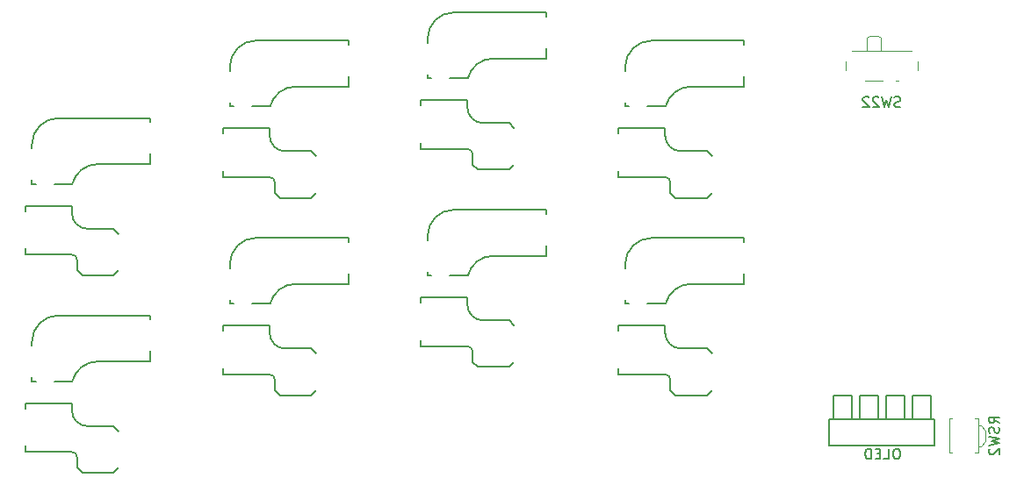
<source format=gbo>
G04 #@! TF.GenerationSoftware,KiCad,Pcbnew,5.1.9*
G04 #@! TF.CreationDate,2021-04-21T20:38:48-05:00*
G04 #@! TF.ProjectId,artboard,61727462-6f61-4726-942e-6b696361645f,0.1*
G04 #@! TF.SameCoordinates,Original*
G04 #@! TF.FileFunction,Legend,Bot*
G04 #@! TF.FilePolarity,Positive*
%FSLAX46Y46*%
G04 Gerber Fmt 4.6, Leading zero omitted, Abs format (unit mm)*
G04 Created by KiCad (PCBNEW 5.1.9) date 2021-04-21 20:38:48*
%MOMM*%
%LPD*%
G01*
G04 APERTURE LIST*
%ADD10C,0.150000*%
%ADD11C,0.120000*%
G04 APERTURE END LIST*
D10*
X72987500Y-56792000D02*
X72987500Y-57173000D01*
X75527500Y-50823000D02*
X84417500Y-50823000D01*
X73368500Y-57173000D02*
X72987500Y-57173000D01*
X84417500Y-50823000D02*
X84417500Y-51204000D01*
X72987500Y-53363000D02*
X72987500Y-53744000D01*
X84417500Y-54252000D02*
X84417500Y-55268000D01*
X76873338Y-57173000D02*
X75146500Y-57173000D01*
X84417500Y-55268000D02*
X79337500Y-55268000D01*
X72337500Y-59308000D02*
X72337500Y-59808000D01*
X81337500Y-62008000D02*
X80837500Y-61508000D01*
X72337500Y-64008000D02*
X76837500Y-64008000D01*
X80837500Y-66008000D02*
X77837500Y-66008000D01*
X77337500Y-64508000D02*
X77337500Y-65508000D01*
X80837500Y-61508000D02*
X78337500Y-61508000D01*
X81337500Y-65508000D02*
X80837500Y-66008000D01*
X77837500Y-66008000D02*
X77337500Y-65508000D01*
X76837500Y-59308000D02*
X72337500Y-59308000D01*
X72337500Y-63408000D02*
X72337500Y-64008000D01*
X76837500Y-60008000D02*
X76837500Y-59308000D01*
X78337500Y-61508000D02*
G75*
G02*
X76837500Y-60008000I0J1500000D01*
G01*
X76837500Y-64008000D02*
G75*
G02*
X77337500Y-64508000I0J-500000D01*
G01*
X72987500Y-53363000D02*
G75*
G02*
X75527500Y-50823000I2540000J0D01*
G01*
X76873338Y-57191960D02*
G75*
G02*
X79337500Y-55268000I2464162J-616040D01*
G01*
X34849400Y-47942900D02*
X34849400Y-48323900D01*
X37389400Y-41973900D02*
X46279400Y-41973900D01*
X35230400Y-48323900D02*
X34849400Y-48323900D01*
X46279400Y-41973900D02*
X46279400Y-42354900D01*
X34849400Y-44513900D02*
X34849400Y-44894900D01*
X46279400Y-45402900D02*
X46279400Y-46418900D01*
X38735238Y-48323900D02*
X37008400Y-48323900D01*
X46279400Y-46418900D02*
X41199400Y-46418900D01*
X34199400Y-50458900D02*
X34199400Y-50958900D01*
X43199400Y-53158900D02*
X42699400Y-52658900D01*
X34199400Y-55158900D02*
X38699400Y-55158900D01*
X42699400Y-57158900D02*
X39699400Y-57158900D01*
X39199400Y-55658900D02*
X39199400Y-56658900D01*
X42699400Y-52658900D02*
X40199400Y-52658900D01*
X43199400Y-56658900D02*
X42699400Y-57158900D01*
X39699400Y-57158900D02*
X39199400Y-56658900D01*
X38699400Y-50458900D02*
X34199400Y-50458900D01*
X34199400Y-54558900D02*
X34199400Y-55158900D01*
X38699400Y-51158900D02*
X38699400Y-50458900D01*
X40199400Y-52658900D02*
G75*
G02*
X38699400Y-51158900I0J1500000D01*
G01*
X38699400Y-55158900D02*
G75*
G02*
X39199400Y-55658900I0J-500000D01*
G01*
X34849400Y-44513900D02*
G75*
G02*
X37389400Y-41973900I2540000J0D01*
G01*
X38735238Y-48342860D02*
G75*
G02*
X41199400Y-46418900I2464162J-616040D01*
G01*
X53924800Y-40459800D02*
X53924800Y-40840800D01*
X56464800Y-34490800D02*
X65354800Y-34490800D01*
X54305800Y-40840800D02*
X53924800Y-40840800D01*
X65354800Y-34490800D02*
X65354800Y-34871800D01*
X53924800Y-37030800D02*
X53924800Y-37411800D01*
X65354800Y-37919800D02*
X65354800Y-38935800D01*
X57810638Y-40840800D02*
X56083800Y-40840800D01*
X65354800Y-38935800D02*
X60274800Y-38935800D01*
X53274800Y-42975800D02*
X53274800Y-43475800D01*
X62274800Y-45675800D02*
X61774800Y-45175800D01*
X53274800Y-47675800D02*
X57774800Y-47675800D01*
X61774800Y-49675800D02*
X58774800Y-49675800D01*
X58274800Y-48175800D02*
X58274800Y-49175800D01*
X61774800Y-45175800D02*
X59274800Y-45175800D01*
X62274800Y-49175800D02*
X61774800Y-49675800D01*
X58774800Y-49675800D02*
X58274800Y-49175800D01*
X57774800Y-42975800D02*
X53274800Y-42975800D01*
X53274800Y-47075800D02*
X53274800Y-47675800D01*
X57774800Y-43675800D02*
X57774800Y-42975800D01*
X59274800Y-45175800D02*
G75*
G02*
X57774800Y-43675800I0J1500000D01*
G01*
X57774800Y-47675800D02*
G75*
G02*
X58274800Y-48175800I0J-500000D01*
G01*
X53924800Y-37030800D02*
G75*
G02*
X56464800Y-34490800I2540000J0D01*
G01*
X57810638Y-40859760D02*
G75*
G02*
X60274800Y-38935800I2464162J-616040D01*
G01*
X72987500Y-37742000D02*
X72987500Y-38123000D01*
X75527500Y-31773000D02*
X84417500Y-31773000D01*
X73368500Y-38123000D02*
X72987500Y-38123000D01*
X84417500Y-31773000D02*
X84417500Y-32154000D01*
X72987500Y-34313000D02*
X72987500Y-34694000D01*
X84417500Y-35202000D02*
X84417500Y-36218000D01*
X76873338Y-38123000D02*
X75146500Y-38123000D01*
X84417500Y-36218000D02*
X79337500Y-36218000D01*
X72337500Y-40258000D02*
X72337500Y-40758000D01*
X81337500Y-42958000D02*
X80837500Y-42458000D01*
X72337500Y-44958000D02*
X76837500Y-44958000D01*
X80837500Y-46958000D02*
X77837500Y-46958000D01*
X77337500Y-45458000D02*
X77337500Y-46458000D01*
X80837500Y-42458000D02*
X78337500Y-42458000D01*
X81337500Y-46458000D02*
X80837500Y-46958000D01*
X77837500Y-46958000D02*
X77337500Y-46458000D01*
X76837500Y-40258000D02*
X72337500Y-40258000D01*
X72337500Y-44358000D02*
X72337500Y-44958000D01*
X76837500Y-40958000D02*
X76837500Y-40258000D01*
X78337500Y-42458000D02*
G75*
G02*
X76837500Y-40958000I0J1500000D01*
G01*
X76837500Y-44958000D02*
G75*
G02*
X77337500Y-45458000I0J-500000D01*
G01*
X72987500Y-34313000D02*
G75*
G02*
X75527500Y-31773000I2540000J0D01*
G01*
X76873338Y-38141960D02*
G75*
G02*
X79337500Y-36218000I2464162J-616040D01*
G01*
X34849400Y-66992900D02*
X34849400Y-67373900D01*
X37389400Y-61023900D02*
X46279400Y-61023900D01*
X35230400Y-67373900D02*
X34849400Y-67373900D01*
X46279400Y-61023900D02*
X46279400Y-61404900D01*
X34849400Y-63563900D02*
X34849400Y-63944900D01*
X46279400Y-64452900D02*
X46279400Y-65468900D01*
X38735238Y-67373900D02*
X37008400Y-67373900D01*
X46279400Y-65468900D02*
X41199400Y-65468900D01*
X34199400Y-69508900D02*
X34199400Y-70008900D01*
X43199400Y-72208900D02*
X42699400Y-71708900D01*
X34199400Y-74208900D02*
X38699400Y-74208900D01*
X42699400Y-76208900D02*
X39699400Y-76208900D01*
X39199400Y-74708900D02*
X39199400Y-75708900D01*
X42699400Y-71708900D02*
X40199400Y-71708900D01*
X43199400Y-75708900D02*
X42699400Y-76208900D01*
X39699400Y-76208900D02*
X39199400Y-75708900D01*
X38699400Y-69508900D02*
X34199400Y-69508900D01*
X34199400Y-73608900D02*
X34199400Y-74208900D01*
X38699400Y-70208900D02*
X38699400Y-69508900D01*
X40199400Y-71708900D02*
G75*
G02*
X38699400Y-70208900I0J1500000D01*
G01*
X38699400Y-74208900D02*
G75*
G02*
X39199400Y-74708900I0J-500000D01*
G01*
X34849400Y-63563900D02*
G75*
G02*
X37389400Y-61023900I2540000J0D01*
G01*
X38735238Y-67392860D02*
G75*
G02*
X41199400Y-65468900I2464162J-616040D01*
G01*
X53924800Y-59509800D02*
X53924800Y-59890800D01*
X56464800Y-53540800D02*
X65354800Y-53540800D01*
X54305800Y-59890800D02*
X53924800Y-59890800D01*
X65354800Y-53540800D02*
X65354800Y-53921800D01*
X53924800Y-56080800D02*
X53924800Y-56461800D01*
X65354800Y-56969800D02*
X65354800Y-57985800D01*
X57810638Y-59890800D02*
X56083800Y-59890800D01*
X65354800Y-57985800D02*
X60274800Y-57985800D01*
X53274800Y-62025800D02*
X53274800Y-62525800D01*
X62274800Y-64725800D02*
X61774800Y-64225800D01*
X53274800Y-66725800D02*
X57774800Y-66725800D01*
X61774800Y-68725800D02*
X58774800Y-68725800D01*
X58274800Y-67225800D02*
X58274800Y-68225800D01*
X61774800Y-64225800D02*
X59274800Y-64225800D01*
X62274800Y-68225800D02*
X61774800Y-68725800D01*
X58774800Y-68725800D02*
X58274800Y-68225800D01*
X57774800Y-62025800D02*
X53274800Y-62025800D01*
X53274800Y-66125800D02*
X53274800Y-66725800D01*
X57774800Y-62725800D02*
X57774800Y-62025800D01*
X59274800Y-64225800D02*
G75*
G02*
X57774800Y-62725800I0J1500000D01*
G01*
X57774800Y-66725800D02*
G75*
G02*
X58274800Y-67225800I0J-500000D01*
G01*
X53924800Y-56080800D02*
G75*
G02*
X56464800Y-53540800I2540000J0D01*
G01*
X57810638Y-59909760D02*
G75*
G02*
X60274800Y-57985800I2464162J-616040D01*
G01*
X92050200Y-59509800D02*
X92050200Y-59890800D01*
X94590200Y-53540800D02*
X103480200Y-53540800D01*
X92431200Y-59890800D02*
X92050200Y-59890800D01*
X103480200Y-53540800D02*
X103480200Y-53921800D01*
X92050200Y-56080800D02*
X92050200Y-56461800D01*
X103480200Y-56969800D02*
X103480200Y-57985800D01*
X95936038Y-59890800D02*
X94209200Y-59890800D01*
X103480200Y-57985800D02*
X98400200Y-57985800D01*
X91400200Y-62025800D02*
X91400200Y-62525800D01*
X100400200Y-64725800D02*
X99900200Y-64225800D01*
X91400200Y-66725800D02*
X95900200Y-66725800D01*
X99900200Y-68725800D02*
X96900200Y-68725800D01*
X96400200Y-67225800D02*
X96400200Y-68225800D01*
X99900200Y-64225800D02*
X97400200Y-64225800D01*
X100400200Y-68225800D02*
X99900200Y-68725800D01*
X96900200Y-68725800D02*
X96400200Y-68225800D01*
X95900200Y-62025800D02*
X91400200Y-62025800D01*
X91400200Y-66125800D02*
X91400200Y-66725800D01*
X95900200Y-62725800D02*
X95900200Y-62025800D01*
X97400200Y-64225800D02*
G75*
G02*
X95900200Y-62725800I0J1500000D01*
G01*
X95900200Y-66725800D02*
G75*
G02*
X96400200Y-67225800I0J-500000D01*
G01*
X92050200Y-56080800D02*
G75*
G02*
X94590200Y-53540800I2540000J0D01*
G01*
X95936038Y-59909760D02*
G75*
G02*
X98400200Y-57985800I2464162J-616040D01*
G01*
X92050200Y-40459800D02*
X92050200Y-40840800D01*
X94590200Y-34490800D02*
X103480200Y-34490800D01*
X92431200Y-40840800D02*
X92050200Y-40840800D01*
X103480200Y-34490800D02*
X103480200Y-34871800D01*
X92050200Y-37030800D02*
X92050200Y-37411800D01*
X103480200Y-37919800D02*
X103480200Y-38935800D01*
X95936038Y-40840800D02*
X94209200Y-40840800D01*
X103480200Y-38935800D02*
X98400200Y-38935800D01*
X91400200Y-42975800D02*
X91400200Y-43475800D01*
X100400200Y-45675800D02*
X99900200Y-45175800D01*
X91400200Y-47675800D02*
X95900200Y-47675800D01*
X99900200Y-49675800D02*
X96900200Y-49675800D01*
X96400200Y-48175800D02*
X96400200Y-49175800D01*
X99900200Y-45175800D02*
X97400200Y-45175800D01*
X100400200Y-49175800D02*
X99900200Y-49675800D01*
X96900200Y-49675800D02*
X96400200Y-49175800D01*
X95900200Y-42975800D02*
X91400200Y-42975800D01*
X91400200Y-47075800D02*
X91400200Y-47675800D01*
X95900200Y-43675800D02*
X95900200Y-42975800D01*
X97400200Y-45175800D02*
G75*
G02*
X95900200Y-43675800I0J1500000D01*
G01*
X95900200Y-47675800D02*
G75*
G02*
X96400200Y-48175800I0J-500000D01*
G01*
X92050200Y-37030800D02*
G75*
G02*
X94590200Y-34490800I2540000J0D01*
G01*
X95936038Y-40859760D02*
G75*
G02*
X98400200Y-38935800I2464162J-616040D01*
G01*
D11*
X126763800Y-73143300D02*
X126383800Y-73643300D01*
X126383800Y-73643300D02*
X126063800Y-73643300D01*
X126763800Y-73143300D02*
X126763800Y-72143300D01*
X126763800Y-72143300D02*
X126383800Y-71643300D01*
X126383800Y-71643300D02*
X126063800Y-71643300D01*
X123263800Y-74293300D02*
X123263800Y-70993300D01*
X123563800Y-74293300D02*
X123263800Y-74293300D01*
X123263800Y-70993300D02*
X123563800Y-70993300D01*
X125763800Y-74293300D02*
X126063800Y-74293300D01*
X126063800Y-74293300D02*
X126063800Y-70993300D01*
X126063800Y-70993300D02*
X125763800Y-70993300D01*
X120214400Y-36541100D02*
X120214400Y-37331100D01*
X113314400Y-37331100D02*
X113314400Y-36541100D01*
X115164400Y-38381100D02*
X116864400Y-38381100D01*
X113914400Y-35531100D02*
X119614400Y-35531100D01*
X116664400Y-34241100D02*
X116664400Y-35531100D01*
X115564400Y-34031100D02*
X116464400Y-34031100D01*
X115364400Y-35531100D02*
X115364400Y-34241100D01*
X116664400Y-34241100D02*
X116464400Y-34031100D01*
X115364400Y-34241100D02*
X115564400Y-34031100D01*
X118164400Y-38381100D02*
X118364400Y-38381100D01*
D10*
X121488800Y-68749780D02*
X119710800Y-68749780D01*
X121488800Y-71035780D02*
X121488800Y-68749780D01*
X119710800Y-71035780D02*
X121488800Y-71035780D01*
X119710800Y-68749780D02*
X119710800Y-71035780D01*
X118948800Y-68749780D02*
X117170800Y-68749780D01*
X118948800Y-71035780D02*
X118948800Y-68749780D01*
X117170800Y-71035780D02*
X118948800Y-71035780D01*
X117170800Y-68749780D02*
X117170800Y-71035780D01*
X116421500Y-68749780D02*
X114643500Y-68749780D01*
X116421500Y-71035780D02*
X116421500Y-68749780D01*
X114643500Y-71035780D02*
X116421500Y-71035780D01*
X114643500Y-68749780D02*
X114643500Y-71035780D01*
X113881500Y-68757400D02*
X112103500Y-68757400D01*
X113881500Y-71043400D02*
X113881500Y-68757400D01*
X112103500Y-71043400D02*
X113881500Y-71043400D01*
X112103500Y-68757400D02*
X112103500Y-71043400D01*
X121882500Y-73608500D02*
X111722500Y-73608500D01*
X111722500Y-73608500D02*
X111722500Y-71068500D01*
X111722500Y-71068500D02*
X121882500Y-71068500D01*
X121882500Y-71068500D02*
X121882500Y-73608500D01*
X128116180Y-71429014D02*
X127639990Y-71095680D01*
X128116180Y-70857585D02*
X127116180Y-70857585D01*
X127116180Y-71238538D01*
X127163800Y-71333776D01*
X127211419Y-71381395D01*
X127306657Y-71429014D01*
X127449514Y-71429014D01*
X127544752Y-71381395D01*
X127592371Y-71333776D01*
X127639990Y-71238538D01*
X127639990Y-70857585D01*
X128068561Y-71809966D02*
X128116180Y-71952823D01*
X128116180Y-72190919D01*
X128068561Y-72286157D01*
X128020942Y-72333776D01*
X127925704Y-72381395D01*
X127830466Y-72381395D01*
X127735228Y-72333776D01*
X127687609Y-72286157D01*
X127639990Y-72190919D01*
X127592371Y-72000442D01*
X127544752Y-71905204D01*
X127497133Y-71857585D01*
X127401895Y-71809966D01*
X127306657Y-71809966D01*
X127211419Y-71857585D01*
X127163800Y-71905204D01*
X127116180Y-72000442D01*
X127116180Y-72238538D01*
X127163800Y-72381395D01*
X127116180Y-72714728D02*
X128116180Y-72952823D01*
X127401895Y-73143300D01*
X128116180Y-73333776D01*
X127116180Y-73571871D01*
X127211419Y-73905204D02*
X127163800Y-73952823D01*
X127116180Y-74048061D01*
X127116180Y-74286157D01*
X127163800Y-74381395D01*
X127211419Y-74429014D01*
X127306657Y-74476633D01*
X127401895Y-74476633D01*
X127544752Y-74429014D01*
X128116180Y-73857585D01*
X128116180Y-74476633D01*
X118573923Y-40865861D02*
X118431066Y-40913480D01*
X118192971Y-40913480D01*
X118097733Y-40865861D01*
X118050114Y-40818242D01*
X118002495Y-40723004D01*
X118002495Y-40627766D01*
X118050114Y-40532528D01*
X118097733Y-40484909D01*
X118192971Y-40437290D01*
X118383447Y-40389671D01*
X118478685Y-40342052D01*
X118526304Y-40294433D01*
X118573923Y-40199195D01*
X118573923Y-40103957D01*
X118526304Y-40008719D01*
X118478685Y-39961100D01*
X118383447Y-39913480D01*
X118145352Y-39913480D01*
X118002495Y-39961100D01*
X117669161Y-39913480D02*
X117431066Y-40913480D01*
X117240590Y-40199195D01*
X117050114Y-40913480D01*
X116812019Y-39913480D01*
X116478685Y-40008719D02*
X116431066Y-39961100D01*
X116335828Y-39913480D01*
X116097733Y-39913480D01*
X116002495Y-39961100D01*
X115954876Y-40008719D01*
X115907257Y-40103957D01*
X115907257Y-40199195D01*
X115954876Y-40342052D01*
X116526304Y-40913480D01*
X115907257Y-40913480D01*
X115526304Y-40008719D02*
X115478685Y-39961100D01*
X115383447Y-39913480D01*
X115145352Y-39913480D01*
X115050114Y-39961100D01*
X115002495Y-40008719D01*
X114954876Y-40103957D01*
X114954876Y-40199195D01*
X115002495Y-40342052D01*
X115573923Y-40913480D01*
X114954876Y-40913480D01*
X118314880Y-73890880D02*
X118124404Y-73890880D01*
X118029166Y-73938500D01*
X117933928Y-74033738D01*
X117886309Y-74224214D01*
X117886309Y-74557547D01*
X117933928Y-74748023D01*
X118029166Y-74843261D01*
X118124404Y-74890880D01*
X118314880Y-74890880D01*
X118410119Y-74843261D01*
X118505357Y-74748023D01*
X118552976Y-74557547D01*
X118552976Y-74224214D01*
X118505357Y-74033738D01*
X118410119Y-73938500D01*
X118314880Y-73890880D01*
X116981547Y-74890880D02*
X117457738Y-74890880D01*
X117457738Y-73890880D01*
X116648214Y-74367071D02*
X116314880Y-74367071D01*
X116172023Y-74890880D02*
X116648214Y-74890880D01*
X116648214Y-73890880D01*
X116172023Y-73890880D01*
X115743452Y-74890880D02*
X115743452Y-73890880D01*
X115505357Y-73890880D01*
X115362500Y-73938500D01*
X115267261Y-74033738D01*
X115219642Y-74128976D01*
X115172023Y-74319452D01*
X115172023Y-74462309D01*
X115219642Y-74652785D01*
X115267261Y-74748023D01*
X115362500Y-74843261D01*
X115505357Y-74890880D01*
X115743452Y-74890880D01*
M02*

</source>
